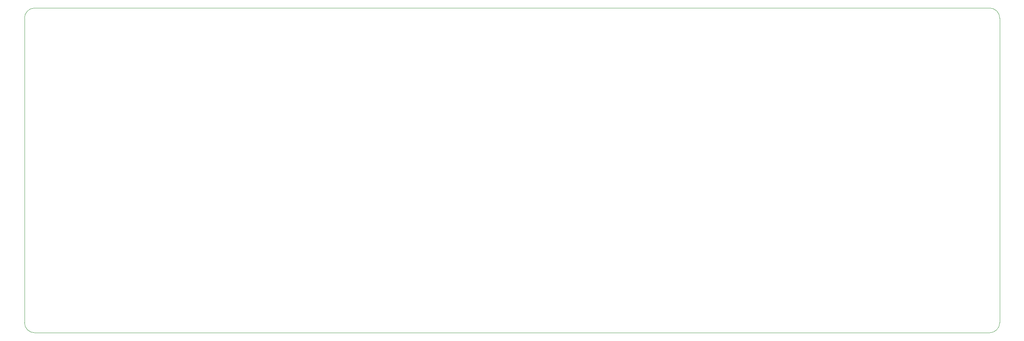
<source format=gm1>
G04 #@! TF.GenerationSoftware,KiCad,Pcbnew,5.1.9+dfsg1-1*
G04 #@! TF.CreationDate,2022-03-28T16:06:31+02:00*
G04 #@! TF.ProjectId,la_nc,6c615f6e-632e-46b6-9963-61645f706362,rev?*
G04 #@! TF.SameCoordinates,Original*
G04 #@! TF.FileFunction,Profile,NP*
%FSLAX46Y46*%
G04 Gerber Fmt 4.6, Leading zero omitted, Abs format (unit mm)*
G04 Created by KiCad (PCBNEW 5.1.9+dfsg1-1) date 2022-03-28 16:06:31*
%MOMM*%
%LPD*%
G01*
G04 APERTURE LIST*
G04 #@! TA.AperFunction,Profile*
%ADD10C,0.050000*%
G04 #@! TD*
G04 APERTURE END LIST*
D10*
X34131250Y-107950000D02*
X257968750Y-107950000D01*
X31750000Y-34131250D02*
X31750000Y-105568750D01*
X257968750Y-31750000D02*
X34131250Y-31750000D01*
X260350000Y-105568750D02*
X260350000Y-34131250D01*
X260350000Y-105568750D02*
G75*
G02*
X257968750Y-107950000I-2381250J0D01*
G01*
X34131250Y-107950000D02*
G75*
G02*
X31750000Y-105568750I0J2381250D01*
G01*
X31750000Y-34131250D02*
G75*
G02*
X34131250Y-31750000I2381250J0D01*
G01*
X257968750Y-31750000D02*
G75*
G02*
X260350000Y-34131250I0J-2381250D01*
G01*
M02*

</source>
